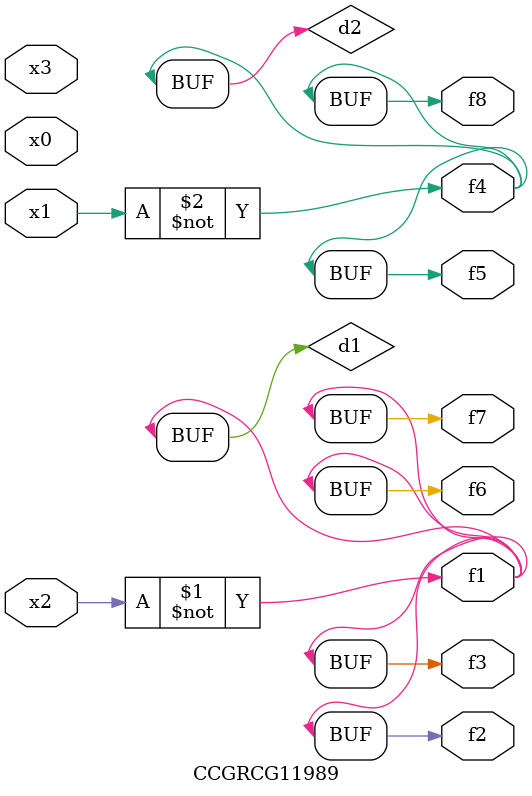
<source format=v>
module CCGRCG11989(
	input x0, x1, x2, x3,
	output f1, f2, f3, f4, f5, f6, f7, f8
);

	wire d1, d2;

	xnor (d1, x2);
	not (d2, x1);
	assign f1 = d1;
	assign f2 = d1;
	assign f3 = d1;
	assign f4 = d2;
	assign f5 = d2;
	assign f6 = d1;
	assign f7 = d1;
	assign f8 = d2;
endmodule

</source>
